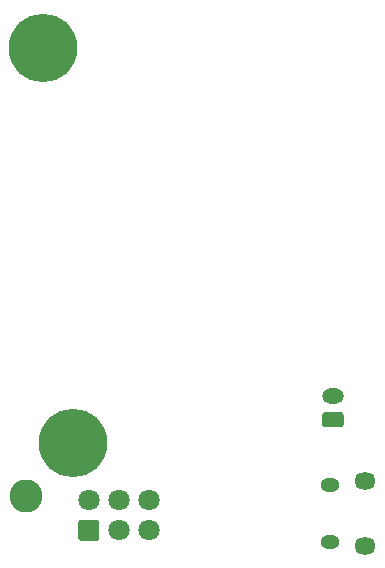
<source format=gbr>
G04 #@! TF.GenerationSoftware,KiCad,Pcbnew,(5.1.8)-1*
G04 #@! TF.CreationDate,2021-09-07T17:05:45-07:00*
G04 #@! TF.ProjectId,wired-sculpt,77697265-642d-4736-9375-6c70742e6b69,rev?*
G04 #@! TF.SameCoordinates,Original*
G04 #@! TF.FileFunction,Soldermask,Bot*
G04 #@! TF.FilePolarity,Negative*
%FSLAX46Y46*%
G04 Gerber Fmt 4.6, Leading zero omitted, Abs format (unit mm)*
G04 Created by KiCad (PCBNEW (5.1.8)-1) date 2021-09-07 17:05:45*
%MOMM*%
%LPD*%
G01*
G04 APERTURE LIST*
%ADD10C,1.801600*%
%ADD11O,1.601600X1.201600*%
%ADD12O,1.801600X1.451600*%
%ADD13C,5.800000*%
%ADD14C,2.801600*%
%ADD15O,1.851600X1.301600*%
G04 APERTURE END LIST*
G04 #@! TO.C,J3*
G36*
G01*
X135463859Y-77280800D02*
X134192141Y-77280800D01*
G75*
G02*
X133927200Y-77015859I0J264941D01*
G01*
X133927200Y-75744141D01*
G75*
G02*
X134192141Y-75479200I264941J0D01*
G01*
X135463859Y-75479200D01*
G75*
G02*
X135728800Y-75744141I0J-264941D01*
G01*
X135728800Y-77015859D01*
G75*
G02*
X135463859Y-77280800I-264941J0D01*
G01*
G37*
D10*
X137368000Y-76380000D03*
X139908000Y-76380000D03*
X134828000Y-73840000D03*
X137368000Y-73840000D03*
X139908000Y-73840000D03*
G04 #@! TD*
D11*
G04 #@! TO.C,J1*
X155230000Y-77380000D03*
X155230000Y-72540000D03*
D12*
X158230000Y-77690000D03*
X158230000Y-72230000D03*
G04 #@! TD*
D13*
G04 #@! TO.C,H1*
X131000000Y-35500000D03*
G04 #@! TD*
G04 #@! TO.C,H2*
X133500000Y-69000000D03*
G04 #@! TD*
D14*
G04 #@! TO.C,H3*
X129500000Y-73500000D03*
G04 #@! TD*
G04 #@! TO.C,SW2*
G36*
G01*
X156154635Y-67650800D02*
X154845365Y-67650800D01*
G75*
G02*
X154574200Y-67379635I0J271165D01*
G01*
X154574200Y-66620365D01*
G75*
G02*
X154845365Y-66349200I271165J0D01*
G01*
X156154635Y-66349200D01*
G75*
G02*
X156425800Y-66620365I0J-271165D01*
G01*
X156425800Y-67379635D01*
G75*
G02*
X156154635Y-67650800I-271165J0D01*
G01*
G37*
D15*
X155500000Y-65000000D03*
G04 #@! TD*
M02*

</source>
